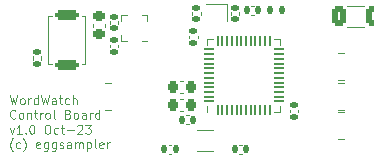
<source format=gbr>
%TF.GenerationSoftware,KiCad,Pcbnew,7.0.8*%
%TF.CreationDate,2023-11-08T19:53:20+10:00*%
%TF.ProjectId,ControllerBoard,436f6e74-726f-46c6-9c65-72426f617264,rev?*%
%TF.SameCoordinates,Original*%
%TF.FileFunction,Legend,Top*%
%TF.FilePolarity,Positive*%
%FSLAX46Y46*%
G04 Gerber Fmt 4.6, Leading zero omitted, Abs format (unit mm)*
G04 Created by KiCad (PCBNEW 7.0.8) date 2023-11-08 19:53:20*
%MOMM*%
%LPD*%
G01*
G04 APERTURE LIST*
G04 Aperture macros list*
%AMRoundRect*
0 Rectangle with rounded corners*
0 $1 Rounding radius*
0 $2 $3 $4 $5 $6 $7 $8 $9 X,Y pos of 4 corners*
0 Add a 4 corners polygon primitive as box body*
4,1,4,$2,$3,$4,$5,$6,$7,$8,$9,$2,$3,0*
0 Add four circle primitives for the rounded corners*
1,1,$1+$1,$2,$3*
1,1,$1+$1,$4,$5*
1,1,$1+$1,$6,$7*
1,1,$1+$1,$8,$9*
0 Add four rect primitives between the rounded corners*
20,1,$1+$1,$2,$3,$4,$5,0*
20,1,$1+$1,$4,$5,$6,$7,0*
20,1,$1+$1,$6,$7,$8,$9,0*
20,1,$1+$1,$8,$9,$2,$3,0*%
G04 Aperture macros list end*
%ADD10C,0.100000*%
%ADD11C,0.120000*%
%ADD12R,1.000000X1.800000*%
%ADD13RoundRect,0.050000X0.050000X-0.350000X0.050000X0.350000X-0.050000X0.350000X-0.050000X-0.350000X0*%
%ADD14RoundRect,0.050000X0.350000X-0.050000X0.350000X0.050000X-0.350000X0.050000X-0.350000X-0.050000X0*%
%ADD15R,4.600000X4.600000*%
%ADD16RoundRect,0.140000X0.170000X-0.140000X0.170000X0.140000X-0.170000X0.140000X-0.170000X-0.140000X0*%
%ADD17RoundRect,0.225000X0.225000X0.250000X-0.225000X0.250000X-0.225000X-0.250000X0.225000X-0.250000X0*%
%ADD18R,0.375000X0.350000*%
%ADD19R,0.350000X0.375000*%
%ADD20R,0.500000X0.320000*%
%ADD21RoundRect,0.225000X0.250000X-0.225000X0.250000X0.225000X-0.250000X0.225000X-0.250000X-0.225000X0*%
%ADD22RoundRect,0.140000X0.140000X0.170000X-0.140000X0.170000X-0.140000X-0.170000X0.140000X-0.170000X0*%
%ADD23R,0.600000X0.500000*%
%ADD24RoundRect,0.147500X0.147500X0.172500X-0.147500X0.172500X-0.147500X-0.172500X0.147500X-0.172500X0*%
%ADD25RoundRect,0.250000X-0.312500X-0.625000X0.312500X-0.625000X0.312500X0.625000X-0.312500X0.625000X0*%
%ADD26RoundRect,0.140000X-0.170000X0.140000X-0.170000X-0.140000X0.170000X-0.140000X0.170000X0.140000X0*%
%ADD27RoundRect,0.135000X0.185000X-0.135000X0.185000X0.135000X-0.185000X0.135000X-0.185000X-0.135000X0*%
%ADD28RoundRect,0.140000X-0.140000X-0.170000X0.140000X-0.170000X0.140000X0.170000X-0.140000X0.170000X0*%
%ADD29RoundRect,0.200000X-0.800000X0.200000X-0.800000X-0.200000X0.800000X-0.200000X0.800000X0.200000X0*%
G04 APERTURE END LIST*
D10*
X422931Y-7945514D02*
X601503Y-8695514D01*
X601503Y-8695514D02*
X744360Y-8159800D01*
X744360Y-8159800D02*
X887217Y-8695514D01*
X887217Y-8695514D02*
X1065789Y-7945514D01*
X1458646Y-8695514D02*
X1387217Y-8659800D01*
X1387217Y-8659800D02*
X1351503Y-8624085D01*
X1351503Y-8624085D02*
X1315789Y-8552657D01*
X1315789Y-8552657D02*
X1315789Y-8338371D01*
X1315789Y-8338371D02*
X1351503Y-8266942D01*
X1351503Y-8266942D02*
X1387217Y-8231228D01*
X1387217Y-8231228D02*
X1458646Y-8195514D01*
X1458646Y-8195514D02*
X1565789Y-8195514D01*
X1565789Y-8195514D02*
X1637217Y-8231228D01*
X1637217Y-8231228D02*
X1672932Y-8266942D01*
X1672932Y-8266942D02*
X1708646Y-8338371D01*
X1708646Y-8338371D02*
X1708646Y-8552657D01*
X1708646Y-8552657D02*
X1672932Y-8624085D01*
X1672932Y-8624085D02*
X1637217Y-8659800D01*
X1637217Y-8659800D02*
X1565789Y-8695514D01*
X1565789Y-8695514D02*
X1458646Y-8695514D01*
X2030074Y-8695514D02*
X2030074Y-8195514D01*
X2030074Y-8338371D02*
X2065788Y-8266942D01*
X2065788Y-8266942D02*
X2101503Y-8231228D01*
X2101503Y-8231228D02*
X2172931Y-8195514D01*
X2172931Y-8195514D02*
X2244360Y-8195514D01*
X2815789Y-8695514D02*
X2815789Y-7945514D01*
X2815789Y-8659800D02*
X2744360Y-8695514D01*
X2744360Y-8695514D02*
X2601503Y-8695514D01*
X2601503Y-8695514D02*
X2530074Y-8659800D01*
X2530074Y-8659800D02*
X2494360Y-8624085D01*
X2494360Y-8624085D02*
X2458646Y-8552657D01*
X2458646Y-8552657D02*
X2458646Y-8338371D01*
X2458646Y-8338371D02*
X2494360Y-8266942D01*
X2494360Y-8266942D02*
X2530074Y-8231228D01*
X2530074Y-8231228D02*
X2601503Y-8195514D01*
X2601503Y-8195514D02*
X2744360Y-8195514D01*
X2744360Y-8195514D02*
X2815789Y-8231228D01*
X3101502Y-7945514D02*
X3280074Y-8695514D01*
X3280074Y-8695514D02*
X3422931Y-8159800D01*
X3422931Y-8159800D02*
X3565788Y-8695514D01*
X3565788Y-8695514D02*
X3744360Y-7945514D01*
X4351503Y-8695514D02*
X4351503Y-8302657D01*
X4351503Y-8302657D02*
X4315788Y-8231228D01*
X4315788Y-8231228D02*
X4244360Y-8195514D01*
X4244360Y-8195514D02*
X4101503Y-8195514D01*
X4101503Y-8195514D02*
X4030074Y-8231228D01*
X4351503Y-8659800D02*
X4280074Y-8695514D01*
X4280074Y-8695514D02*
X4101503Y-8695514D01*
X4101503Y-8695514D02*
X4030074Y-8659800D01*
X4030074Y-8659800D02*
X3994360Y-8588371D01*
X3994360Y-8588371D02*
X3994360Y-8516942D01*
X3994360Y-8516942D02*
X4030074Y-8445514D01*
X4030074Y-8445514D02*
X4101503Y-8409800D01*
X4101503Y-8409800D02*
X4280074Y-8409800D01*
X4280074Y-8409800D02*
X4351503Y-8374085D01*
X4601502Y-8195514D02*
X4887216Y-8195514D01*
X4708645Y-7945514D02*
X4708645Y-8588371D01*
X4708645Y-8588371D02*
X4744359Y-8659800D01*
X4744359Y-8659800D02*
X4815788Y-8695514D01*
X4815788Y-8695514D02*
X4887216Y-8695514D01*
X5458645Y-8659800D02*
X5387216Y-8695514D01*
X5387216Y-8695514D02*
X5244359Y-8695514D01*
X5244359Y-8695514D02*
X5172930Y-8659800D01*
X5172930Y-8659800D02*
X5137216Y-8624085D01*
X5137216Y-8624085D02*
X5101502Y-8552657D01*
X5101502Y-8552657D02*
X5101502Y-8338371D01*
X5101502Y-8338371D02*
X5137216Y-8266942D01*
X5137216Y-8266942D02*
X5172930Y-8231228D01*
X5172930Y-8231228D02*
X5244359Y-8195514D01*
X5244359Y-8195514D02*
X5387216Y-8195514D01*
X5387216Y-8195514D02*
X5458645Y-8231228D01*
X5780073Y-8695514D02*
X5780073Y-7945514D01*
X6101502Y-8695514D02*
X6101502Y-8302657D01*
X6101502Y-8302657D02*
X6065787Y-8231228D01*
X6065787Y-8231228D02*
X5994359Y-8195514D01*
X5994359Y-8195514D02*
X5887216Y-8195514D01*
X5887216Y-8195514D02*
X5815787Y-8231228D01*
X5815787Y-8231228D02*
X5780073Y-8266942D01*
X922931Y-9831585D02*
X887217Y-9867300D01*
X887217Y-9867300D02*
X780074Y-9903014D01*
X780074Y-9903014D02*
X708646Y-9903014D01*
X708646Y-9903014D02*
X601503Y-9867300D01*
X601503Y-9867300D02*
X530074Y-9795871D01*
X530074Y-9795871D02*
X494360Y-9724442D01*
X494360Y-9724442D02*
X458646Y-9581585D01*
X458646Y-9581585D02*
X458646Y-9474442D01*
X458646Y-9474442D02*
X494360Y-9331585D01*
X494360Y-9331585D02*
X530074Y-9260157D01*
X530074Y-9260157D02*
X601503Y-9188728D01*
X601503Y-9188728D02*
X708646Y-9153014D01*
X708646Y-9153014D02*
X780074Y-9153014D01*
X780074Y-9153014D02*
X887217Y-9188728D01*
X887217Y-9188728D02*
X922931Y-9224442D01*
X1351503Y-9903014D02*
X1280074Y-9867300D01*
X1280074Y-9867300D02*
X1244360Y-9831585D01*
X1244360Y-9831585D02*
X1208646Y-9760157D01*
X1208646Y-9760157D02*
X1208646Y-9545871D01*
X1208646Y-9545871D02*
X1244360Y-9474442D01*
X1244360Y-9474442D02*
X1280074Y-9438728D01*
X1280074Y-9438728D02*
X1351503Y-9403014D01*
X1351503Y-9403014D02*
X1458646Y-9403014D01*
X1458646Y-9403014D02*
X1530074Y-9438728D01*
X1530074Y-9438728D02*
X1565789Y-9474442D01*
X1565789Y-9474442D02*
X1601503Y-9545871D01*
X1601503Y-9545871D02*
X1601503Y-9760157D01*
X1601503Y-9760157D02*
X1565789Y-9831585D01*
X1565789Y-9831585D02*
X1530074Y-9867300D01*
X1530074Y-9867300D02*
X1458646Y-9903014D01*
X1458646Y-9903014D02*
X1351503Y-9903014D01*
X1922931Y-9403014D02*
X1922931Y-9903014D01*
X1922931Y-9474442D02*
X1958645Y-9438728D01*
X1958645Y-9438728D02*
X2030074Y-9403014D01*
X2030074Y-9403014D02*
X2137217Y-9403014D01*
X2137217Y-9403014D02*
X2208645Y-9438728D01*
X2208645Y-9438728D02*
X2244360Y-9510157D01*
X2244360Y-9510157D02*
X2244360Y-9903014D01*
X2494359Y-9403014D02*
X2780073Y-9403014D01*
X2601502Y-9153014D02*
X2601502Y-9795871D01*
X2601502Y-9795871D02*
X2637216Y-9867300D01*
X2637216Y-9867300D02*
X2708645Y-9903014D01*
X2708645Y-9903014D02*
X2780073Y-9903014D01*
X3030073Y-9903014D02*
X3030073Y-9403014D01*
X3030073Y-9545871D02*
X3065787Y-9474442D01*
X3065787Y-9474442D02*
X3101502Y-9438728D01*
X3101502Y-9438728D02*
X3172930Y-9403014D01*
X3172930Y-9403014D02*
X3244359Y-9403014D01*
X3601502Y-9903014D02*
X3530073Y-9867300D01*
X3530073Y-9867300D02*
X3494359Y-9831585D01*
X3494359Y-9831585D02*
X3458645Y-9760157D01*
X3458645Y-9760157D02*
X3458645Y-9545871D01*
X3458645Y-9545871D02*
X3494359Y-9474442D01*
X3494359Y-9474442D02*
X3530073Y-9438728D01*
X3530073Y-9438728D02*
X3601502Y-9403014D01*
X3601502Y-9403014D02*
X3708645Y-9403014D01*
X3708645Y-9403014D02*
X3780073Y-9438728D01*
X3780073Y-9438728D02*
X3815788Y-9474442D01*
X3815788Y-9474442D02*
X3851502Y-9545871D01*
X3851502Y-9545871D02*
X3851502Y-9760157D01*
X3851502Y-9760157D02*
X3815788Y-9831585D01*
X3815788Y-9831585D02*
X3780073Y-9867300D01*
X3780073Y-9867300D02*
X3708645Y-9903014D01*
X3708645Y-9903014D02*
X3601502Y-9903014D01*
X4280073Y-9903014D02*
X4208644Y-9867300D01*
X4208644Y-9867300D02*
X4172930Y-9795871D01*
X4172930Y-9795871D02*
X4172930Y-9153014D01*
X5387216Y-9510157D02*
X5494359Y-9545871D01*
X5494359Y-9545871D02*
X5530073Y-9581585D01*
X5530073Y-9581585D02*
X5565787Y-9653014D01*
X5565787Y-9653014D02*
X5565787Y-9760157D01*
X5565787Y-9760157D02*
X5530073Y-9831585D01*
X5530073Y-9831585D02*
X5494359Y-9867300D01*
X5494359Y-9867300D02*
X5422930Y-9903014D01*
X5422930Y-9903014D02*
X5137216Y-9903014D01*
X5137216Y-9903014D02*
X5137216Y-9153014D01*
X5137216Y-9153014D02*
X5387216Y-9153014D01*
X5387216Y-9153014D02*
X5458645Y-9188728D01*
X5458645Y-9188728D02*
X5494359Y-9224442D01*
X5494359Y-9224442D02*
X5530073Y-9295871D01*
X5530073Y-9295871D02*
X5530073Y-9367300D01*
X5530073Y-9367300D02*
X5494359Y-9438728D01*
X5494359Y-9438728D02*
X5458645Y-9474442D01*
X5458645Y-9474442D02*
X5387216Y-9510157D01*
X5387216Y-9510157D02*
X5137216Y-9510157D01*
X5994359Y-9903014D02*
X5922930Y-9867300D01*
X5922930Y-9867300D02*
X5887216Y-9831585D01*
X5887216Y-9831585D02*
X5851502Y-9760157D01*
X5851502Y-9760157D02*
X5851502Y-9545871D01*
X5851502Y-9545871D02*
X5887216Y-9474442D01*
X5887216Y-9474442D02*
X5922930Y-9438728D01*
X5922930Y-9438728D02*
X5994359Y-9403014D01*
X5994359Y-9403014D02*
X6101502Y-9403014D01*
X6101502Y-9403014D02*
X6172930Y-9438728D01*
X6172930Y-9438728D02*
X6208645Y-9474442D01*
X6208645Y-9474442D02*
X6244359Y-9545871D01*
X6244359Y-9545871D02*
X6244359Y-9760157D01*
X6244359Y-9760157D02*
X6208645Y-9831585D01*
X6208645Y-9831585D02*
X6172930Y-9867300D01*
X6172930Y-9867300D02*
X6101502Y-9903014D01*
X6101502Y-9903014D02*
X5994359Y-9903014D01*
X6887216Y-9903014D02*
X6887216Y-9510157D01*
X6887216Y-9510157D02*
X6851501Y-9438728D01*
X6851501Y-9438728D02*
X6780073Y-9403014D01*
X6780073Y-9403014D02*
X6637216Y-9403014D01*
X6637216Y-9403014D02*
X6565787Y-9438728D01*
X6887216Y-9867300D02*
X6815787Y-9903014D01*
X6815787Y-9903014D02*
X6637216Y-9903014D01*
X6637216Y-9903014D02*
X6565787Y-9867300D01*
X6565787Y-9867300D02*
X6530073Y-9795871D01*
X6530073Y-9795871D02*
X6530073Y-9724442D01*
X6530073Y-9724442D02*
X6565787Y-9653014D01*
X6565787Y-9653014D02*
X6637216Y-9617300D01*
X6637216Y-9617300D02*
X6815787Y-9617300D01*
X6815787Y-9617300D02*
X6887216Y-9581585D01*
X7244358Y-9903014D02*
X7244358Y-9403014D01*
X7244358Y-9545871D02*
X7280072Y-9474442D01*
X7280072Y-9474442D02*
X7315787Y-9438728D01*
X7315787Y-9438728D02*
X7387215Y-9403014D01*
X7387215Y-9403014D02*
X7458644Y-9403014D01*
X8030073Y-9903014D02*
X8030073Y-9153014D01*
X8030073Y-9867300D02*
X7958644Y-9903014D01*
X7958644Y-9903014D02*
X7815787Y-9903014D01*
X7815787Y-9903014D02*
X7744358Y-9867300D01*
X7744358Y-9867300D02*
X7708644Y-9831585D01*
X7708644Y-9831585D02*
X7672930Y-9760157D01*
X7672930Y-9760157D02*
X7672930Y-9545871D01*
X7672930Y-9545871D02*
X7708644Y-9474442D01*
X7708644Y-9474442D02*
X7744358Y-9438728D01*
X7744358Y-9438728D02*
X7815787Y-9403014D01*
X7815787Y-9403014D02*
X7958644Y-9403014D01*
X7958644Y-9403014D02*
X8030073Y-9438728D01*
X422931Y-10695514D02*
X601503Y-11195514D01*
X601503Y-11195514D02*
X780074Y-10695514D01*
X1458646Y-11195514D02*
X1030075Y-11195514D01*
X1244360Y-11195514D02*
X1244360Y-10445514D01*
X1244360Y-10445514D02*
X1172932Y-10552657D01*
X1172932Y-10552657D02*
X1101503Y-10624085D01*
X1101503Y-10624085D02*
X1030075Y-10659800D01*
X1780075Y-11124085D02*
X1815789Y-11159800D01*
X1815789Y-11159800D02*
X1780075Y-11195514D01*
X1780075Y-11195514D02*
X1744361Y-11159800D01*
X1744361Y-11159800D02*
X1780075Y-11124085D01*
X1780075Y-11124085D02*
X1780075Y-11195514D01*
X2280075Y-10445514D02*
X2351504Y-10445514D01*
X2351504Y-10445514D02*
X2422932Y-10481228D01*
X2422932Y-10481228D02*
X2458647Y-10516942D01*
X2458647Y-10516942D02*
X2494361Y-10588371D01*
X2494361Y-10588371D02*
X2530075Y-10731228D01*
X2530075Y-10731228D02*
X2530075Y-10909800D01*
X2530075Y-10909800D02*
X2494361Y-11052657D01*
X2494361Y-11052657D02*
X2458647Y-11124085D01*
X2458647Y-11124085D02*
X2422932Y-11159800D01*
X2422932Y-11159800D02*
X2351504Y-11195514D01*
X2351504Y-11195514D02*
X2280075Y-11195514D01*
X2280075Y-11195514D02*
X2208647Y-11159800D01*
X2208647Y-11159800D02*
X2172932Y-11124085D01*
X2172932Y-11124085D02*
X2137218Y-11052657D01*
X2137218Y-11052657D02*
X2101504Y-10909800D01*
X2101504Y-10909800D02*
X2101504Y-10731228D01*
X2101504Y-10731228D02*
X2137218Y-10588371D01*
X2137218Y-10588371D02*
X2172932Y-10516942D01*
X2172932Y-10516942D02*
X2208647Y-10481228D01*
X2208647Y-10481228D02*
X2280075Y-10445514D01*
X3565790Y-10445514D02*
X3708647Y-10445514D01*
X3708647Y-10445514D02*
X3780076Y-10481228D01*
X3780076Y-10481228D02*
X3851504Y-10552657D01*
X3851504Y-10552657D02*
X3887219Y-10695514D01*
X3887219Y-10695514D02*
X3887219Y-10945514D01*
X3887219Y-10945514D02*
X3851504Y-11088371D01*
X3851504Y-11088371D02*
X3780076Y-11159800D01*
X3780076Y-11159800D02*
X3708647Y-11195514D01*
X3708647Y-11195514D02*
X3565790Y-11195514D01*
X3565790Y-11195514D02*
X3494362Y-11159800D01*
X3494362Y-11159800D02*
X3422933Y-11088371D01*
X3422933Y-11088371D02*
X3387219Y-10945514D01*
X3387219Y-10945514D02*
X3387219Y-10695514D01*
X3387219Y-10695514D02*
X3422933Y-10552657D01*
X3422933Y-10552657D02*
X3494362Y-10481228D01*
X3494362Y-10481228D02*
X3565790Y-10445514D01*
X4530076Y-11159800D02*
X4458647Y-11195514D01*
X4458647Y-11195514D02*
X4315790Y-11195514D01*
X4315790Y-11195514D02*
X4244361Y-11159800D01*
X4244361Y-11159800D02*
X4208647Y-11124085D01*
X4208647Y-11124085D02*
X4172933Y-11052657D01*
X4172933Y-11052657D02*
X4172933Y-10838371D01*
X4172933Y-10838371D02*
X4208647Y-10766942D01*
X4208647Y-10766942D02*
X4244361Y-10731228D01*
X4244361Y-10731228D02*
X4315790Y-10695514D01*
X4315790Y-10695514D02*
X4458647Y-10695514D01*
X4458647Y-10695514D02*
X4530076Y-10731228D01*
X4744361Y-10695514D02*
X5030075Y-10695514D01*
X4851504Y-10445514D02*
X4851504Y-11088371D01*
X4851504Y-11088371D02*
X4887218Y-11159800D01*
X4887218Y-11159800D02*
X4958647Y-11195514D01*
X4958647Y-11195514D02*
X5030075Y-11195514D01*
X5280075Y-10909800D02*
X5851504Y-10909800D01*
X6172932Y-10516942D02*
X6208646Y-10481228D01*
X6208646Y-10481228D02*
X6280075Y-10445514D01*
X6280075Y-10445514D02*
X6458646Y-10445514D01*
X6458646Y-10445514D02*
X6530075Y-10481228D01*
X6530075Y-10481228D02*
X6565789Y-10516942D01*
X6565789Y-10516942D02*
X6601503Y-10588371D01*
X6601503Y-10588371D02*
X6601503Y-10659800D01*
X6601503Y-10659800D02*
X6565789Y-10766942D01*
X6565789Y-10766942D02*
X6137217Y-11195514D01*
X6137217Y-11195514D02*
X6601503Y-11195514D01*
X6851503Y-10445514D02*
X7315789Y-10445514D01*
X7315789Y-10445514D02*
X7065789Y-10731228D01*
X7065789Y-10731228D02*
X7172932Y-10731228D01*
X7172932Y-10731228D02*
X7244361Y-10766942D01*
X7244361Y-10766942D02*
X7280075Y-10802657D01*
X7280075Y-10802657D02*
X7315789Y-10874085D01*
X7315789Y-10874085D02*
X7315789Y-11052657D01*
X7315789Y-11052657D02*
X7280075Y-11124085D01*
X7280075Y-11124085D02*
X7244361Y-11159800D01*
X7244361Y-11159800D02*
X7172932Y-11195514D01*
X7172932Y-11195514D02*
X6958646Y-11195514D01*
X6958646Y-11195514D02*
X6887218Y-11159800D01*
X6887218Y-11159800D02*
X6851503Y-11124085D01*
X708646Y-12688728D02*
X672931Y-12653014D01*
X672931Y-12653014D02*
X601503Y-12545871D01*
X601503Y-12545871D02*
X565789Y-12474442D01*
X565789Y-12474442D02*
X530074Y-12367300D01*
X530074Y-12367300D02*
X494360Y-12188728D01*
X494360Y-12188728D02*
X494360Y-12045871D01*
X494360Y-12045871D02*
X530074Y-11867300D01*
X530074Y-11867300D02*
X565789Y-11760157D01*
X565789Y-11760157D02*
X601503Y-11688728D01*
X601503Y-11688728D02*
X672931Y-11581585D01*
X672931Y-11581585D02*
X708646Y-11545871D01*
X1315789Y-12367300D02*
X1244360Y-12403014D01*
X1244360Y-12403014D02*
X1101503Y-12403014D01*
X1101503Y-12403014D02*
X1030074Y-12367300D01*
X1030074Y-12367300D02*
X994360Y-12331585D01*
X994360Y-12331585D02*
X958646Y-12260157D01*
X958646Y-12260157D02*
X958646Y-12045871D01*
X958646Y-12045871D02*
X994360Y-11974442D01*
X994360Y-11974442D02*
X1030074Y-11938728D01*
X1030074Y-11938728D02*
X1101503Y-11903014D01*
X1101503Y-11903014D02*
X1244360Y-11903014D01*
X1244360Y-11903014D02*
X1315789Y-11938728D01*
X1565788Y-12688728D02*
X1601503Y-12653014D01*
X1601503Y-12653014D02*
X1672931Y-12545871D01*
X1672931Y-12545871D02*
X1708646Y-12474442D01*
X1708646Y-12474442D02*
X1744360Y-12367300D01*
X1744360Y-12367300D02*
X1780074Y-12188728D01*
X1780074Y-12188728D02*
X1780074Y-12045871D01*
X1780074Y-12045871D02*
X1744360Y-11867300D01*
X1744360Y-11867300D02*
X1708646Y-11760157D01*
X1708646Y-11760157D02*
X1672931Y-11688728D01*
X1672931Y-11688728D02*
X1601503Y-11581585D01*
X1601503Y-11581585D02*
X1565788Y-11545871D01*
X2994360Y-12367300D02*
X2922932Y-12403014D01*
X2922932Y-12403014D02*
X2780075Y-12403014D01*
X2780075Y-12403014D02*
X2708646Y-12367300D01*
X2708646Y-12367300D02*
X2672932Y-12295871D01*
X2672932Y-12295871D02*
X2672932Y-12010157D01*
X2672932Y-12010157D02*
X2708646Y-11938728D01*
X2708646Y-11938728D02*
X2780075Y-11903014D01*
X2780075Y-11903014D02*
X2922932Y-11903014D01*
X2922932Y-11903014D02*
X2994360Y-11938728D01*
X2994360Y-11938728D02*
X3030075Y-12010157D01*
X3030075Y-12010157D02*
X3030075Y-12081585D01*
X3030075Y-12081585D02*
X2672932Y-12153014D01*
X3672932Y-11903014D02*
X3672932Y-12510157D01*
X3672932Y-12510157D02*
X3637217Y-12581585D01*
X3637217Y-12581585D02*
X3601503Y-12617300D01*
X3601503Y-12617300D02*
X3530074Y-12653014D01*
X3530074Y-12653014D02*
X3422932Y-12653014D01*
X3422932Y-12653014D02*
X3351503Y-12617300D01*
X3672932Y-12367300D02*
X3601503Y-12403014D01*
X3601503Y-12403014D02*
X3458646Y-12403014D01*
X3458646Y-12403014D02*
X3387217Y-12367300D01*
X3387217Y-12367300D02*
X3351503Y-12331585D01*
X3351503Y-12331585D02*
X3315789Y-12260157D01*
X3315789Y-12260157D02*
X3315789Y-12045871D01*
X3315789Y-12045871D02*
X3351503Y-11974442D01*
X3351503Y-11974442D02*
X3387217Y-11938728D01*
X3387217Y-11938728D02*
X3458646Y-11903014D01*
X3458646Y-11903014D02*
X3601503Y-11903014D01*
X3601503Y-11903014D02*
X3672932Y-11938728D01*
X4351503Y-11903014D02*
X4351503Y-12510157D01*
X4351503Y-12510157D02*
X4315788Y-12581585D01*
X4315788Y-12581585D02*
X4280074Y-12617300D01*
X4280074Y-12617300D02*
X4208645Y-12653014D01*
X4208645Y-12653014D02*
X4101503Y-12653014D01*
X4101503Y-12653014D02*
X4030074Y-12617300D01*
X4351503Y-12367300D02*
X4280074Y-12403014D01*
X4280074Y-12403014D02*
X4137217Y-12403014D01*
X4137217Y-12403014D02*
X4065788Y-12367300D01*
X4065788Y-12367300D02*
X4030074Y-12331585D01*
X4030074Y-12331585D02*
X3994360Y-12260157D01*
X3994360Y-12260157D02*
X3994360Y-12045871D01*
X3994360Y-12045871D02*
X4030074Y-11974442D01*
X4030074Y-11974442D02*
X4065788Y-11938728D01*
X4065788Y-11938728D02*
X4137217Y-11903014D01*
X4137217Y-11903014D02*
X4280074Y-11903014D01*
X4280074Y-11903014D02*
X4351503Y-11938728D01*
X4672931Y-12367300D02*
X4744359Y-12403014D01*
X4744359Y-12403014D02*
X4887216Y-12403014D01*
X4887216Y-12403014D02*
X4958645Y-12367300D01*
X4958645Y-12367300D02*
X4994359Y-12295871D01*
X4994359Y-12295871D02*
X4994359Y-12260157D01*
X4994359Y-12260157D02*
X4958645Y-12188728D01*
X4958645Y-12188728D02*
X4887216Y-12153014D01*
X4887216Y-12153014D02*
X4780074Y-12153014D01*
X4780074Y-12153014D02*
X4708645Y-12117300D01*
X4708645Y-12117300D02*
X4672931Y-12045871D01*
X4672931Y-12045871D02*
X4672931Y-12010157D01*
X4672931Y-12010157D02*
X4708645Y-11938728D01*
X4708645Y-11938728D02*
X4780074Y-11903014D01*
X4780074Y-11903014D02*
X4887216Y-11903014D01*
X4887216Y-11903014D02*
X4958645Y-11938728D01*
X5637217Y-12403014D02*
X5637217Y-12010157D01*
X5637217Y-12010157D02*
X5601502Y-11938728D01*
X5601502Y-11938728D02*
X5530074Y-11903014D01*
X5530074Y-11903014D02*
X5387217Y-11903014D01*
X5387217Y-11903014D02*
X5315788Y-11938728D01*
X5637217Y-12367300D02*
X5565788Y-12403014D01*
X5565788Y-12403014D02*
X5387217Y-12403014D01*
X5387217Y-12403014D02*
X5315788Y-12367300D01*
X5315788Y-12367300D02*
X5280074Y-12295871D01*
X5280074Y-12295871D02*
X5280074Y-12224442D01*
X5280074Y-12224442D02*
X5315788Y-12153014D01*
X5315788Y-12153014D02*
X5387217Y-12117300D01*
X5387217Y-12117300D02*
X5565788Y-12117300D01*
X5565788Y-12117300D02*
X5637217Y-12081585D01*
X5994359Y-12403014D02*
X5994359Y-11903014D01*
X5994359Y-11974442D02*
X6030073Y-11938728D01*
X6030073Y-11938728D02*
X6101502Y-11903014D01*
X6101502Y-11903014D02*
X6208645Y-11903014D01*
X6208645Y-11903014D02*
X6280073Y-11938728D01*
X6280073Y-11938728D02*
X6315788Y-12010157D01*
X6315788Y-12010157D02*
X6315788Y-12403014D01*
X6315788Y-12010157D02*
X6351502Y-11938728D01*
X6351502Y-11938728D02*
X6422930Y-11903014D01*
X6422930Y-11903014D02*
X6530073Y-11903014D01*
X6530073Y-11903014D02*
X6601502Y-11938728D01*
X6601502Y-11938728D02*
X6637216Y-12010157D01*
X6637216Y-12010157D02*
X6637216Y-12403014D01*
X6994359Y-11903014D02*
X6994359Y-12653014D01*
X6994359Y-11938728D02*
X7065788Y-11903014D01*
X7065788Y-11903014D02*
X7208645Y-11903014D01*
X7208645Y-11903014D02*
X7280073Y-11938728D01*
X7280073Y-11938728D02*
X7315788Y-11974442D01*
X7315788Y-11974442D02*
X7351502Y-12045871D01*
X7351502Y-12045871D02*
X7351502Y-12260157D01*
X7351502Y-12260157D02*
X7315788Y-12331585D01*
X7315788Y-12331585D02*
X7280073Y-12367300D01*
X7280073Y-12367300D02*
X7208645Y-12403014D01*
X7208645Y-12403014D02*
X7065788Y-12403014D01*
X7065788Y-12403014D02*
X6994359Y-12367300D01*
X7780073Y-12403014D02*
X7708644Y-12367300D01*
X7708644Y-12367300D02*
X7672930Y-12295871D01*
X7672930Y-12295871D02*
X7672930Y-11653014D01*
X8351501Y-12367300D02*
X8280073Y-12403014D01*
X8280073Y-12403014D02*
X8137216Y-12403014D01*
X8137216Y-12403014D02*
X8065787Y-12367300D01*
X8065787Y-12367300D02*
X8030073Y-12295871D01*
X8030073Y-12295871D02*
X8030073Y-12010157D01*
X8030073Y-12010157D02*
X8065787Y-11938728D01*
X8065787Y-11938728D02*
X8137216Y-11903014D01*
X8137216Y-11903014D02*
X8280073Y-11903014D01*
X8280073Y-11903014D02*
X8351501Y-11938728D01*
X8351501Y-11938728D02*
X8387216Y-12010157D01*
X8387216Y-12010157D02*
X8387216Y-12081585D01*
X8387216Y-12081585D02*
X8030073Y-12153014D01*
X8708644Y-12403014D02*
X8708644Y-11903014D01*
X8708644Y-12045871D02*
X8744358Y-11974442D01*
X8744358Y-11974442D02*
X8780073Y-11938728D01*
X8780073Y-11938728D02*
X8851501Y-11903014D01*
X8851501Y-11903014D02*
X8922930Y-11903014D01*
D11*
%TO.C,Y1*%
X16325000Y-12625000D02*
X17675000Y-12625000D01*
X16325000Y-10875000D02*
X17675000Y-10875000D01*
%TO.C,U3*%
X23360000Y-8810000D02*
X23360000Y-9360000D01*
X23360000Y-3690000D02*
X23360000Y-3140000D01*
X23360000Y-3140000D02*
X22810000Y-3140000D01*
X17140000Y-3140000D02*
X17690000Y-3140000D01*
X17140000Y-3690000D02*
X17140000Y-3140000D01*
X23360000Y-9360000D02*
X22810000Y-9360000D01*
X17140000Y-8810000D02*
X17140000Y-9360000D01*
%TO.C,C4*%
X9610000Y-1857836D02*
X9610000Y-1642164D01*
X8890000Y-1857836D02*
X8890000Y-1642164D01*
%TO.C,C8*%
X15140580Y-8240000D02*
X14859420Y-8240000D01*
X15140580Y-9260000D02*
X14859420Y-9260000D01*
%TO.C,C15*%
X19860000Y-1107836D02*
X19860000Y-892164D01*
X19140000Y-1107836D02*
X19140000Y-892164D01*
%TO.C,U2*%
X9900000Y-1650000D02*
X9900000Y-1150000D01*
X11600000Y-3350000D02*
X12100000Y-3350000D01*
X10400000Y-3350000D02*
X9900000Y-3350000D01*
X9900000Y-1150000D02*
X10400000Y-1150000D01*
X9900000Y-3350000D02*
X9900000Y-2850000D01*
X11600000Y-1150000D02*
X12100000Y-1150000D01*
X12100000Y-1150000D02*
X12100000Y-1650000D01*
X12100000Y-3350000D02*
X12100000Y-3350000D01*
X10400000Y-1150000D02*
X10400000Y-1150000D01*
X9900000Y-2850000D02*
X9900000Y-2850000D01*
X12100000Y-1650000D02*
X12100000Y-1650000D01*
%TO.C,RN1*%
X28750000Y-9360000D02*
X28250000Y-9360000D01*
X28750000Y-11640000D02*
X28250000Y-11640000D01*
%TO.C,RN3*%
X28750000Y-4360000D02*
X28250000Y-4360000D01*
X28750000Y-6640000D02*
X28250000Y-6640000D01*
%TO.C,C5*%
X8510000Y-2140580D02*
X8510000Y-1859420D01*
X7490000Y-2140580D02*
X7490000Y-1859420D01*
%TO.C,C13*%
X15607836Y-9640000D02*
X15392164Y-9640000D01*
X15607836Y-10360000D02*
X15392164Y-10360000D01*
%TO.C,C9*%
X16360000Y-3107836D02*
X16360000Y-2892164D01*
X15640000Y-3107836D02*
X15640000Y-2892164D01*
%TO.C,Y2*%
X18875000Y-1650000D02*
X18875000Y-200000D01*
X18875000Y-200000D02*
X17025000Y-200000D01*
%TO.C,AE1*%
X29022936Y-2160000D02*
X30477064Y-2160000D01*
X29022936Y-340000D02*
X30477064Y-340000D01*
%TO.C,C10*%
X24140000Y-9142164D02*
X24140000Y-9357836D01*
X24860000Y-9142164D02*
X24860000Y-9357836D01*
%TO.C,C14*%
X21107836Y-390000D02*
X20892164Y-390000D01*
X21107836Y-1110000D02*
X20892164Y-1110000D01*
%TO.C,R3*%
X2370000Y-4903641D02*
X2370000Y-4596359D01*
X3130000Y-4903641D02*
X3130000Y-4596359D01*
%TO.C,C1*%
X8890000Y-3642164D02*
X8890000Y-3857836D01*
X9610000Y-3642164D02*
X9610000Y-3857836D01*
%TO.C,RN4*%
X9000000Y-6860000D02*
X8500000Y-6860000D01*
X9000000Y-9140000D02*
X8500000Y-9140000D01*
%TO.C,C6*%
X15140580Y-6740000D02*
X14859420Y-6740000D01*
X15140580Y-7760000D02*
X14859420Y-7760000D01*
%TO.C,C16*%
X15890000Y-892164D02*
X15890000Y-1107836D01*
X16610000Y-892164D02*
X16610000Y-1107836D01*
%TO.C,C12*%
X19892164Y-12860000D02*
X20107836Y-12860000D01*
X19892164Y-12140000D02*
X20107836Y-12140000D01*
%TO.C,C7*%
X14107836Y-12140000D02*
X13892164Y-12140000D01*
X14107836Y-12860000D02*
X13892164Y-12860000D01*
%TO.C,SW1*%
X6820000Y-1180000D02*
X6820000Y-5320000D01*
X6820000Y-5320000D02*
X6520000Y-5320000D01*
X3980000Y-5320000D02*
X3680000Y-5320000D01*
X3680000Y-1180000D02*
X3980000Y-1180000D01*
X3680000Y-5320000D02*
X3680000Y-1180000D01*
X6520000Y-1180000D02*
X6820000Y-1180000D01*
%TO.C,RN2*%
X28750000Y-6860000D02*
X28250000Y-6860000D01*
X28750000Y-9140000D02*
X28250000Y-9140000D01*
%TD*%
%LPC*%
D12*
%TO.C,Y1*%
X18250000Y-11750000D03*
X15750000Y-11750000D03*
%TD*%
D13*
%TO.C,U3*%
X18050000Y-9200000D03*
X18450000Y-9200000D03*
X18850000Y-9200000D03*
X19250000Y-9200000D03*
X19650000Y-9200000D03*
X20050000Y-9200000D03*
X20450000Y-9200000D03*
X20850000Y-9200000D03*
X21250000Y-9200000D03*
X21650000Y-9200000D03*
X22050000Y-9200000D03*
X22450000Y-9200000D03*
D14*
X23200000Y-8450000D03*
X23200000Y-8050000D03*
X23200000Y-7650000D03*
X23200000Y-7250000D03*
X23200000Y-6850000D03*
X23200000Y-6450000D03*
X23200000Y-6050000D03*
X23200000Y-5650000D03*
X23200000Y-5250000D03*
X23200000Y-4850000D03*
X23200000Y-4450000D03*
X23200000Y-4050000D03*
D13*
X22450000Y-3300000D03*
X22050000Y-3300000D03*
X21650000Y-3300000D03*
X21250000Y-3300000D03*
X20850000Y-3300000D03*
X20450000Y-3300000D03*
X20050000Y-3300000D03*
X19650000Y-3300000D03*
X19250000Y-3300000D03*
X18850000Y-3300000D03*
X18450000Y-3300000D03*
X18050000Y-3300000D03*
D14*
X17300000Y-4050000D03*
X17300000Y-4450000D03*
X17300000Y-4850000D03*
X17300000Y-5250000D03*
X17300000Y-5650000D03*
X17300000Y-6050000D03*
X17300000Y-6450000D03*
X17300000Y-6850000D03*
X17300000Y-7250000D03*
X17300000Y-7650000D03*
X17300000Y-8050000D03*
X17300000Y-8450000D03*
D15*
X20250000Y-6250000D03*
%TD*%
D16*
%TO.C,C4*%
X9250000Y-2230000D03*
X9250000Y-1270000D03*
%TD*%
D17*
%TO.C,C8*%
X15775000Y-8750000D03*
X14225000Y-8750000D03*
%TD*%
D16*
%TO.C,C15*%
X19500000Y-1480000D03*
X19500000Y-520000D03*
%TD*%
D18*
%TO.C,U2*%
X11762500Y-3000000D03*
X11762500Y-2500000D03*
X11762500Y-2000000D03*
X11762500Y-1500000D03*
D19*
X11250000Y-1487500D03*
X10750000Y-1487500D03*
D18*
X10237500Y-1500000D03*
X10237500Y-2000000D03*
X10237500Y-2500000D03*
X10237500Y-3000000D03*
D19*
X10750000Y-3012500D03*
X11250000Y-3012500D03*
%TD*%
D20*
%TO.C,RN1*%
X28000000Y-9750000D03*
X28000000Y-10250000D03*
X28000000Y-10750000D03*
X28000000Y-11250000D03*
X29000000Y-11250000D03*
X29000000Y-10750000D03*
X29000000Y-10250000D03*
X29000000Y-9750000D03*
%TD*%
%TO.C,RN3*%
X28000000Y-4750000D03*
X28000000Y-5250000D03*
X28000000Y-5750000D03*
X28000000Y-6250000D03*
X29000000Y-6250000D03*
X29000000Y-5750000D03*
X29000000Y-5250000D03*
X29000000Y-4750000D03*
%TD*%
D21*
%TO.C,C5*%
X8000000Y-2775000D03*
X8000000Y-1225000D03*
%TD*%
D22*
%TO.C,C13*%
X15980000Y-10000000D03*
X15020000Y-10000000D03*
%TD*%
D16*
%TO.C,C9*%
X16000000Y-3480000D03*
X16000000Y-2520000D03*
%TD*%
D23*
%TO.C,Y2*%
X18425000Y-600000D03*
X17325000Y-600000D03*
X17325000Y-1400000D03*
X18425000Y-1400000D03*
%TD*%
D24*
%TO.C,L1*%
X23485000Y-750000D03*
X22515000Y-750000D03*
%TD*%
D25*
%TO.C,AE1*%
X28287500Y-1250000D03*
X31212500Y-1250000D03*
%TD*%
D26*
%TO.C,C10*%
X24500000Y-8770000D03*
X24500000Y-9730000D03*
%TD*%
D22*
%TO.C,C14*%
X21480000Y-750000D03*
X20520000Y-750000D03*
%TD*%
D27*
%TO.C,R3*%
X2750000Y-5260000D03*
X2750000Y-4240000D03*
%TD*%
D26*
%TO.C,C1*%
X9250000Y-3270000D03*
X9250000Y-4230000D03*
%TD*%
D20*
%TO.C,RN4*%
X8250000Y-7250000D03*
X8250000Y-7750000D03*
X8250000Y-8250000D03*
X8250000Y-8750000D03*
X9250000Y-8750000D03*
X9250000Y-8250000D03*
X9250000Y-7750000D03*
X9250000Y-7250000D03*
%TD*%
D17*
%TO.C,C6*%
X15775000Y-7250000D03*
X14225000Y-7250000D03*
%TD*%
D26*
%TO.C,C16*%
X16250000Y-520000D03*
X16250000Y-1480000D03*
%TD*%
D28*
%TO.C,C12*%
X19520000Y-12500000D03*
X20480000Y-12500000D03*
%TD*%
D22*
%TO.C,C7*%
X14480000Y-12500000D03*
X13520000Y-12500000D03*
%TD*%
D29*
%TO.C,SW1*%
X5250000Y-1150000D03*
X5250000Y-5350000D03*
%TD*%
D20*
%TO.C,RN2*%
X28000000Y-7250000D03*
X28000000Y-7750000D03*
X28000000Y-8250000D03*
X28000000Y-8750000D03*
X29000000Y-8750000D03*
X29000000Y-8250000D03*
X29000000Y-7750000D03*
X29000000Y-7250000D03*
%TD*%
%LPD*%
M02*

</source>
